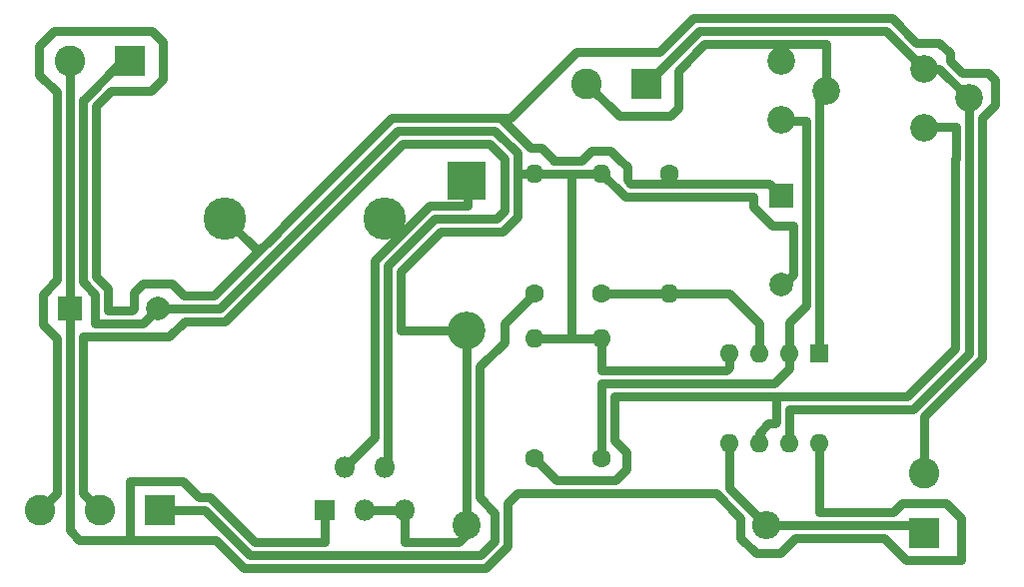
<source format=gbr>
%TF.GenerationSoftware,KiCad,Pcbnew,(5.1.6)-1*%
%TF.CreationDate,2020-10-20T19:44:27+02:00*%
%TF.ProjectId,smps,736d7073-2e6b-4696-9361-645f70636258,rev?*%
%TF.SameCoordinates,PX5734380PY525bfc0*%
%TF.FileFunction,Copper,L2,Bot*%
%TF.FilePolarity,Positive*%
%FSLAX46Y46*%
G04 Gerber Fmt 4.6, Leading zero omitted, Abs format (unit mm)*
G04 Created by KiCad (PCBNEW (5.1.6)-1) date 2020-10-20 19:44:27*
%MOMM*%
%LPD*%
G01*
G04 APERTURE LIST*
%TA.AperFunction,ComponentPad*%
%ADD10C,1.600000*%
%TD*%
%TA.AperFunction,ComponentPad*%
%ADD11O,1.600000X1.600000*%
%TD*%
%TA.AperFunction,ComponentPad*%
%ADD12R,1.600000X1.600000*%
%TD*%
%TA.AperFunction,ComponentPad*%
%ADD13R,3.200000X3.200000*%
%TD*%
%TA.AperFunction,ComponentPad*%
%ADD14O,3.200000X3.200000*%
%TD*%
%TA.AperFunction,ComponentPad*%
%ADD15C,2.600000*%
%TD*%
%TA.AperFunction,ComponentPad*%
%ADD16R,2.600000X2.600000*%
%TD*%
%TA.AperFunction,ComponentPad*%
%ADD17C,2.400000*%
%TD*%
%TA.AperFunction,ComponentPad*%
%ADD18O,2.400000X2.400000*%
%TD*%
%TA.AperFunction,ComponentPad*%
%ADD19C,2.340000*%
%TD*%
%TA.AperFunction,ComponentPad*%
%ADD20R,2.000000X2.000000*%
%TD*%
%TA.AperFunction,ComponentPad*%
%ADD21C,2.000000*%
%TD*%
%TA.AperFunction,ComponentPad*%
%ADD22R,1.800000X1.800000*%
%TD*%
%TA.AperFunction,ComponentPad*%
%ADD23O,1.800000X1.800000*%
%TD*%
%TA.AperFunction,ComponentPad*%
%ADD24C,3.600000*%
%TD*%
%TA.AperFunction,Conductor*%
%ADD25C,0.800000*%
%TD*%
G04 APERTURE END LIST*
D10*
%TO.P,R2,1*%
%TO.N,Net-(C7-Pad1)*%
X58420000Y35560000D03*
D11*
%TO.P,R2,2*%
%TO.N,Umeas+*%
X58420000Y25400000D03*
%TD*%
D10*
%TO.P,R4,1*%
%TO.N,Net-(R4-Pad1)*%
X52705000Y11430000D03*
D11*
%TO.P,R4,2*%
%TO.N,GND*%
X52705000Y21590000D03*
%TD*%
D10*
%TO.P,R1,1*%
%TO.N,Net-(R1-Pad1)*%
X46990000Y25400000D03*
D11*
%TO.P,R1,2*%
%TO.N,GND*%
X46990000Y35560000D03*
%TD*%
D12*
%TO.P,U2,1*%
%TO.N,Net-(J5-Pad2)*%
X71120000Y20320000D03*
D11*
%TO.P,U2,5*%
%TO.N,Imeas+*%
X63500000Y12700000D03*
%TO.P,U2,2*%
%TO.N,Net-(R4-Pad1)*%
X68580000Y20320000D03*
%TO.P,U2,6*%
%TO.N,Net-(R5-Pad1)*%
X66040000Y12700000D03*
%TO.P,U2,3*%
%TO.N,Umeas+*%
X66040000Y20320000D03*
%TO.P,U2,7*%
%TO.N,Net-(J5-Pad1)*%
X68580000Y12700000D03*
%TO.P,U2,4*%
%TO.N,GND*%
X63500000Y20320000D03*
%TO.P,U2,8*%
%TO.N,Net-(C1-Pad1)*%
X71120000Y12700000D03*
%TD*%
D13*
%TO.P,D3,1*%
%TO.N,Net-(D3-Pad1)*%
X41275000Y34925000D03*
D14*
%TO.P,D3,2*%
%TO.N,GND*%
X41275000Y22225000D03*
%TD*%
D15*
%TO.P,J1,2*%
%TO.N,Net-(C1-Pad1)*%
X7620000Y45085000D03*
D16*
%TO.P,J1,1*%
%TO.N,GND*%
X12700000Y45085000D03*
%TD*%
%TO.P,J4,1*%
%TO.N,Imeas+*%
X80010000Y5080000D03*
D15*
%TO.P,J4,2*%
%TO.N,Net-(C7-Pad1)*%
X80010000Y10160000D03*
%TD*%
%TO.P,J5,2*%
%TO.N,Net-(J5-Pad2)*%
X51435000Y43180000D03*
D16*
%TO.P,J5,1*%
%TO.N,Net-(J5-Pad1)*%
X56515000Y43180000D03*
%TD*%
D17*
%TO.P,Rshunt1,1*%
%TO.N,GND*%
X41275000Y5715000D03*
D18*
%TO.P,Rshunt1,2*%
%TO.N,Imeas+*%
X66675000Y5715000D03*
%TD*%
D11*
%TO.P,R3,2*%
%TO.N,GND*%
X52705000Y35560000D03*
D10*
%TO.P,R3,1*%
%TO.N,Umeas+*%
X52705000Y25400000D03*
%TD*%
D11*
%TO.P,R5,2*%
%TO.N,GND*%
X46990000Y21590000D03*
D10*
%TO.P,R5,1*%
%TO.N,Net-(R5-Pad1)*%
X46990000Y11430000D03*
%TD*%
D19*
%TO.P,RV2,1*%
%TO.N,Net-(J5-Pad2)*%
X67945000Y45085000D03*
%TO.P,RV2,2*%
X71745000Y42585000D03*
%TO.P,RV2,3*%
%TO.N,Net-(R4-Pad1)*%
X67945000Y40085000D03*
%TD*%
%TO.P,RV3,3*%
%TO.N,Net-(R5-Pad1)*%
X80010000Y39450000D03*
%TO.P,RV3,2*%
%TO.N,Net-(J5-Pad1)*%
X83810000Y41950000D03*
%TO.P,RV3,1*%
X80010000Y44450000D03*
%TD*%
D16*
%TO.P,RV1,1*%
%TO.N,Net-(R1-Pad1)*%
X15240000Y6985000D03*
D15*
%TO.P,RV1,2*%
%TO.N,Net-(RV1-Pad2)*%
X10160000Y6985000D03*
%TO.P,RV1,3*%
%TO.N,Net-(C7-Pad1)*%
X5080000Y6985000D03*
%TD*%
D20*
%TO.P,C1,1*%
%TO.N,Net-(C1-Pad1)*%
X7620000Y24130000D03*
D21*
%TO.P,C1,2*%
%TO.N,GND*%
X15120000Y24130000D03*
%TD*%
%TO.P,C7,2*%
%TO.N,GND*%
X67945000Y26155000D03*
D20*
%TO.P,C7,1*%
%TO.N,Net-(C7-Pad1)*%
X67945000Y33655000D03*
%TD*%
D22*
%TO.P,U1,1*%
%TO.N,Net-(C1-Pad1)*%
X29210000Y6985000D03*
D23*
%TO.P,U1,2*%
%TO.N,Net-(D3-Pad1)*%
X30910000Y10685000D03*
%TO.P,U1,3*%
%TO.N,GND*%
X32610000Y6985000D03*
%TO.P,U1,4*%
%TO.N,Net-(RV1-Pad2)*%
X34310000Y10685000D03*
%TO.P,U1,5*%
%TO.N,GND*%
X36010000Y6985000D03*
%TD*%
D24*
%TO.P,L1,1*%
%TO.N,Net-(D3-Pad1)*%
X34290000Y31750000D03*
%TO.P,L1,2*%
%TO.N,Net-(C7-Pad1)*%
X20790000Y31750000D03*
%TD*%
D25*
%TO.N,GND*%
X12620000Y45005000D02*
X12700000Y45085000D01*
X46990000Y21590000D02*
X50165000Y21590000D01*
X50165000Y21590000D02*
X52705000Y21590000D01*
X46990000Y35560000D02*
X50165000Y35560000D01*
X50165000Y21590000D02*
X50165000Y24130000D01*
X50165000Y35560000D02*
X52705000Y35560000D01*
X50165000Y24130000D02*
X50165000Y29210000D01*
X41275000Y5715000D02*
X41275000Y22225000D01*
X32610000Y6985000D02*
X36010000Y6985000D01*
X50165000Y31226760D02*
X50165000Y35560000D01*
X50165000Y29210000D02*
X50165000Y31226760D01*
X63500000Y20320000D02*
X63500000Y19136550D01*
X63500000Y19136550D02*
X63243460Y18880010D01*
X63243460Y18880010D02*
X52684680Y18880010D01*
X52684680Y21569680D02*
X52705000Y21590000D01*
X52684680Y18880010D02*
X52684680Y21569680D01*
X41275000Y4991100D02*
X40558910Y4275010D01*
X41275000Y5715000D02*
X41275000Y4991100D01*
X40558910Y4275010D02*
X35984180Y4275010D01*
X35984180Y6959180D02*
X36010000Y6985000D01*
X35984180Y4275010D02*
X35984180Y6959180D01*
X46990000Y35560000D02*
X45588110Y35560000D01*
X41275000Y22225000D02*
X35656900Y22225000D01*
X35634040Y22247860D02*
X35634040Y27253412D01*
X35656900Y22225000D02*
X35634040Y22247860D01*
X35634040Y27253412D02*
X39030618Y30649990D01*
X44270639Y30649990D02*
X45550010Y31929361D01*
X39030618Y30649990D02*
X44270639Y30649990D01*
X12067540Y45085000D02*
X12700000Y45085000D01*
X8793480Y41810940D02*
X12067540Y45085000D01*
X8720010Y41810940D02*
X8793480Y41810940D01*
X9779000Y25306020D02*
X8720010Y26365010D01*
X15120000Y24130000D02*
X13807010Y22817010D01*
X13807010Y22817010D02*
X9779000Y22817010D01*
X9779000Y22817010D02*
X9779000Y25306020D01*
X8720010Y26365010D02*
X8720010Y41810940D01*
X54426142Y33838858D02*
X52705000Y35560000D01*
X54455453Y33838858D02*
X54426142Y33838858D01*
X68919980Y31161100D02*
X68902580Y31178500D01*
X54685221Y33609090D02*
X54455453Y33838858D01*
X68919980Y26951560D02*
X68919980Y31161100D01*
X67142360Y31178500D02*
X66597134Y31723726D01*
X67945000Y26155000D02*
X68123420Y26155000D01*
X66597134Y31723726D02*
X66561574Y31723726D01*
X66561574Y31723726D02*
X65519300Y32766000D01*
X65519300Y32766000D02*
X65519300Y33583880D01*
X68123420Y26155000D02*
X68919980Y26951560D01*
X65519300Y33583880D02*
X65494090Y33609090D01*
X68902580Y31178500D02*
X67142360Y31178500D01*
X65494090Y33609090D02*
X54685221Y33609090D01*
X45550010Y35521900D02*
X45588110Y35560000D01*
X45550010Y31929361D02*
X45550010Y35521900D01*
X20320000Y24130000D02*
X15120000Y24130000D01*
X35390010Y39200010D02*
X20320000Y24130000D01*
X43635639Y39200010D02*
X35390010Y39200010D01*
X45550010Y37285639D02*
X43635639Y39200010D01*
X45550010Y35521900D02*
X45550010Y37285639D01*
%TO.N,Net-(C7-Pad1)*%
X60500450Y48721098D02*
X60500450Y48725010D01*
X57618732Y45839380D02*
X60500450Y48721098D01*
X58402220Y35542220D02*
X58420000Y35560000D01*
X54206140Y36741100D02*
X54234080Y36741100D01*
X51841400Y37500560D02*
X53446680Y37500560D01*
X54853840Y36121340D02*
X54853840Y34996120D01*
X26384352Y31750000D02*
X34934371Y40300020D01*
X48577008Y36660010D02*
X51000850Y36660010D01*
X51000850Y36660010D02*
X51841400Y37500560D01*
X53446680Y37500560D02*
X54206140Y36741100D01*
X54234080Y36741100D02*
X54853840Y36121340D01*
X44936999Y40300019D02*
X44988859Y40300019D01*
X44988859Y40300019D02*
X50528220Y45839380D01*
X50528220Y45839380D02*
X50807620Y45839380D01*
X50807620Y45839380D02*
X57618732Y45839380D01*
X48577008Y36660010D02*
X48577008Y36723812D01*
X46682458Y37708840D02*
X44091278Y40300019D01*
X48577008Y36723812D02*
X47591980Y37708840D01*
X47591980Y37708840D02*
X46682458Y37708840D01*
X44091278Y40300019D02*
X43222801Y40300019D01*
X34934371Y40300020D02*
X43222801Y40300019D01*
X43222801Y40300019D02*
X44936999Y40300019D01*
X67300628Y34299372D02*
X67945000Y33655000D01*
X17330230Y25230010D02*
X16296640Y26263600D01*
X19864362Y25230010D02*
X17330230Y25230010D01*
X60500450Y48725010D02*
X76403010Y48725010D01*
X76403010Y48725010D02*
X77290639Y48725010D01*
X80010000Y10160000D02*
X80010000Y14954352D01*
X80010000Y14954352D02*
X84910010Y19854361D01*
X84910010Y40282408D02*
X86019640Y41392038D01*
X81328260Y46649640D02*
X79366008Y46649640D01*
X84910010Y19854361D02*
X84910010Y40282408D01*
X86019640Y43538140D02*
X85483700Y44074080D01*
X86019640Y41392038D02*
X86019640Y43538140D01*
X85483700Y44074080D02*
X83241568Y44074080D01*
X79366008Y46649640D02*
X77290638Y48725010D01*
X83241568Y44074080D02*
X82224880Y45090768D01*
X82224880Y45090768D02*
X82224880Y45753020D01*
X77290638Y48725010D02*
X76403010Y48725010D01*
X82224880Y45753020D02*
X81328260Y46649640D01*
X26384352Y31750000D02*
X24625986Y29991634D01*
X13073380Y24137620D02*
X13073380Y25504140D01*
X5029200Y46405800D02*
X6294120Y47670720D01*
X5080000Y6985000D02*
X6519990Y8424990D01*
X9820020Y41281831D02*
X9820020Y26820648D01*
X5029200Y43954700D02*
X5029200Y46405800D01*
X5313680Y25333960D02*
X6519990Y26540270D01*
X5313680Y22771100D02*
X5313680Y25333960D01*
X11108589Y42570400D02*
X9820020Y41281831D01*
X6519990Y26540270D02*
X6519990Y42463910D01*
X6294120Y47670720D02*
X14571980Y47670720D01*
X16296640Y26263600D02*
X13832840Y26263600D01*
X6519990Y42463910D02*
X5029200Y43954700D01*
X13073380Y25504140D02*
X13832840Y26263600D01*
X6519990Y8424990D02*
X6519990Y21564790D01*
X6519990Y21564790D02*
X5313680Y22771100D01*
X14571980Y47670720D02*
X15486380Y46756320D01*
X15486380Y46756320D02*
X15486380Y43568620D01*
X15486380Y43568620D02*
X14488160Y42570400D01*
X14488160Y42570400D02*
X11108589Y42570400D01*
X12852780Y23917020D02*
X13073380Y24137620D01*
X9820020Y26820648D02*
X10879010Y25761659D01*
X10879010Y23941850D02*
X10903840Y23917020D01*
X10879010Y25761659D02*
X10879010Y23941850D01*
X10903840Y23917020D02*
X12852780Y23917020D01*
X67945000Y33655000D02*
X67873880Y33655000D01*
X66890900Y34709100D02*
X67945000Y33655000D01*
X58420000Y34709100D02*
X66890900Y34709100D01*
X58420000Y35560000D02*
X58420000Y34709100D01*
X55140860Y34709100D02*
X54853840Y34996120D01*
X58420000Y34709100D02*
X55140860Y34709100D01*
X20790000Y31750000D02*
X23536426Y29003574D01*
X24625986Y29991634D02*
X23637926Y29003574D01*
X23536426Y29003574D02*
X23637926Y29003574D01*
X23637926Y29003574D02*
X19864362Y25230010D01*
%TO.N,Net-(D3-Pad1)*%
X37011712Y31742380D02*
X38119341Y32850010D01*
X36984940Y31750000D02*
X36992560Y31742380D01*
X36992560Y31742380D02*
X37011712Y31742380D01*
X38119341Y32850010D02*
X41325800Y32850010D01*
X41325800Y34874200D02*
X41275000Y34925000D01*
X41325800Y32850010D02*
X41325800Y34874200D01*
X33434020Y28164689D02*
X34290000Y29020668D01*
X30910000Y10685000D02*
X33434020Y13209020D01*
X33434020Y13209020D02*
X33434020Y28164689D01*
X34290000Y29020668D02*
X34290000Y29039820D01*
X34290000Y31750000D02*
X35645090Y30394910D01*
X34290000Y29039820D02*
X35645090Y30394910D01*
X35645090Y30394910D02*
X36992560Y31742380D01*
%TO.N,Net-(R1-Pad1)*%
X15240000Y6985000D02*
X19050000Y6985000D01*
X19050000Y6985000D02*
X22860000Y3175000D01*
X43660060Y4411980D02*
X42423080Y3175000D01*
X43660060Y6784340D02*
X43660060Y4411980D01*
X42375010Y8069390D02*
X43660060Y6784340D01*
X42375010Y19177000D02*
X42375010Y8069390D01*
X22860000Y3175000D02*
X42423080Y3175000D01*
X46990000Y25400000D02*
X44450000Y22860000D01*
X44450000Y22860000D02*
X44450000Y21251990D01*
X44450000Y21251990D02*
X42375010Y19177000D01*
%TO.N,Net-(RV1-Pad2)*%
X8720010Y8424990D02*
X10160000Y6985000D01*
X8720010Y21717000D02*
X8720010Y8424990D01*
X43815000Y31750000D02*
X44450000Y32385000D01*
X38574980Y31750000D02*
X43815000Y31750000D01*
X34534030Y10909030D02*
X34534030Y27709050D01*
X34534030Y27709050D02*
X38574980Y31750000D01*
X43180000Y38100000D02*
X35845649Y38100000D01*
X34310000Y10685000D02*
X34534030Y10909030D01*
X20775639Y23029990D02*
X17348010Y23029990D01*
X16035020Y21717000D02*
X8720010Y21717000D01*
X17348010Y23029990D02*
X16035020Y21717000D01*
X44450000Y32385000D02*
X44450000Y36830000D01*
X44450000Y36830000D02*
X43180000Y38100000D01*
X35845649Y38100000D02*
X20775639Y23029990D01*
%TO.N,Net-(C1-Pad1)*%
X7620000Y45085000D02*
X7620000Y24130000D01*
X29210000Y5285000D02*
X29204920Y5279920D01*
X29210000Y6985000D02*
X29210000Y5285000D01*
X29171900Y4282440D02*
X23308208Y4282440D01*
X23308208Y4282440D02*
X19503288Y8087360D01*
X29204920Y5279920D02*
X29204920Y4315460D01*
X29204920Y4315460D02*
X29171900Y4282440D01*
X19503288Y8087360D02*
X18552160Y8087360D01*
X17190720Y9448800D02*
X12700000Y9448800D01*
X18552160Y8087360D02*
X17190720Y9448800D01*
X12700000Y4480560D02*
X12700000Y9448800D01*
X77366050Y6815010D02*
X71132700Y6815010D01*
X78171040Y7620000D02*
X77366050Y6815010D01*
X83185000Y6350000D02*
X81915000Y7620000D01*
X78471558Y2758440D02*
X83185000Y2758440D01*
X76619100Y4610898D02*
X78471558Y2758440D01*
X76619100Y4614990D02*
X76619100Y4610898D01*
X71132700Y6815010D02*
X71120000Y6827710D01*
X69092890Y4614990D02*
X76619100Y4614990D01*
X44760070Y3956341D02*
X44760070Y7599870D01*
X83185000Y2758440D02*
X83185000Y6350000D01*
X67804030Y3326130D02*
X69092890Y4614990D01*
X22404361Y2074990D02*
X42878719Y2074990D01*
X71120000Y6827710D02*
X71120000Y12700000D01*
X42878719Y2074990D02*
X44760070Y3956341D01*
X81915000Y7620000D02*
X78171040Y7620000D01*
X64485520Y6348831D02*
X64485520Y4650740D01*
X19998792Y4480560D02*
X22404361Y2074990D01*
X44760070Y7599870D02*
X45585190Y8424990D01*
X62409361Y8424990D02*
X64485520Y6348831D01*
X12700000Y4480560D02*
X19998792Y4480560D01*
X45585190Y8424990D02*
X62409361Y8424990D01*
X64485520Y4650740D02*
X65810130Y3326130D01*
X65810130Y3326130D02*
X67804030Y3326130D01*
X8425180Y4480560D02*
X12700000Y4480560D01*
X7620000Y24130000D02*
X7620000Y5285740D01*
X7620000Y5285740D02*
X8425180Y4480560D01*
%TO.N,Imeas+*%
X63500000Y8890000D02*
X66675000Y5715000D01*
X63500000Y12700000D02*
X63500000Y8890000D01*
X79375000Y5715000D02*
X80010000Y5080000D01*
X66675000Y5715000D02*
X79375000Y5715000D01*
%TO.N,Net-(J5-Pad2)*%
X71610220Y42450220D02*
X71745000Y42585000D01*
X71120000Y41960000D02*
X71745000Y42585000D01*
X71120000Y20320000D02*
X71120000Y41960000D01*
X71716900Y42613100D02*
X71745000Y42585000D01*
X71716900Y46524990D02*
X71716900Y42613100D01*
X54180740Y40434260D02*
X58493660Y40434260D01*
X58493660Y40434260D02*
X59192160Y41132760D01*
X59192160Y41132760D02*
X59192160Y44301512D01*
X51435000Y43180000D02*
X54180740Y40434260D01*
X59192160Y44301512D02*
X61415638Y46524990D01*
X67945000Y45085000D02*
X67945000Y46283880D01*
X67945000Y46283880D02*
X68186110Y46524990D01*
X61415638Y46524990D02*
X68186110Y46524990D01*
X68186110Y46524990D02*
X71716900Y46524990D01*
%TO.N,Net-(J5-Pad1)*%
X83810000Y20310000D02*
X83810000Y41950000D01*
X81310000Y44450000D02*
X83810000Y41950000D01*
X80010000Y44450000D02*
X81310000Y44450000D01*
X56515000Y43180000D02*
X60960000Y47625000D01*
X60960000Y47625000D02*
X76835000Y47625000D01*
X76835000Y47625000D02*
X80010000Y44450000D01*
X83810000Y20310000D02*
X79079981Y15579981D01*
X68580000Y15579980D02*
X68580000Y12700000D01*
X79079981Y15579980D02*
X68580000Y15579980D01*
%TO.N,Umeas+*%
X52705000Y25400000D02*
X58420000Y25400000D01*
X58420000Y25400000D02*
X63500000Y25400000D01*
X66040000Y22860000D02*
X66040000Y20320000D01*
X63500000Y25400000D02*
X66040000Y22860000D01*
%TO.N,Net-(R4-Pad1)*%
X67945000Y40085000D02*
X68175001Y39854999D01*
X67945000Y40085000D02*
X67390000Y40085000D01*
X67310000Y17780000D02*
X52705000Y17780000D01*
X52705000Y17780000D02*
X52705000Y11430000D01*
X68580000Y20320000D02*
X68580000Y19050000D01*
X68580000Y19050000D02*
X67310000Y17780000D01*
X68190100Y39839900D02*
X67945000Y40085000D01*
X67981820Y40048180D02*
X67945000Y40085000D01*
X70019990Y40048180D02*
X67981820Y40048180D01*
X70019990Y24368570D02*
X70019990Y40048180D01*
X68580000Y20320000D02*
X68580000Y22928580D01*
X68580000Y22928580D02*
X70019990Y24368570D01*
%TO.N,Net-(R5-Pad1)*%
X66080640Y12740640D02*
X66040000Y12700000D01*
X53805010Y16679990D02*
X53805010Y12918250D01*
X66080640Y16679990D02*
X53805010Y16679990D01*
X54780180Y11943080D02*
X54780180Y10457180D01*
X48895000Y9525000D02*
X46990000Y11430000D01*
X53805010Y12918250D02*
X54780180Y11943080D01*
X53848000Y9525000D02*
X48895000Y9525000D01*
X54780180Y10457180D02*
X53848000Y9525000D01*
X80107800Y39547800D02*
X80010000Y39450000D01*
X82709990Y39547800D02*
X80107800Y39547800D01*
X78624342Y16679990D02*
X82677000Y20732648D01*
X82677000Y20732648D02*
X82677000Y36809680D01*
X82709990Y36842670D02*
X82709990Y39547800D01*
X82677000Y36809680D02*
X82709990Y36842670D01*
X66080640Y16679990D02*
X67794950Y16679990D01*
X67794950Y16679990D02*
X78624342Y16679990D01*
X66040000Y13520420D02*
X66857880Y14338300D01*
X66857880Y14338300D02*
X67376040Y14338300D01*
X66040000Y12700000D02*
X66040000Y13520420D01*
X67376040Y14338300D02*
X67479990Y14442250D01*
X67479990Y14442250D02*
X67479990Y16365030D01*
%TD*%
M02*

</source>
